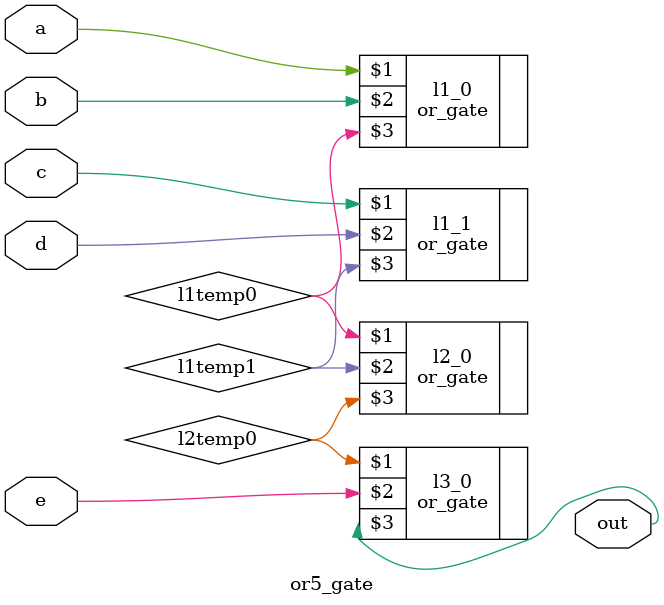
<source format=v>
`timescale 1ns/10ps

`include "lib/or_gate.v"

module or5_gate(a, b, c, d, e, out);

	//inuts
	input a, b, c, d, e;

	//output
	output out;

	//wires
	wire l1temp0, l1temp1, l2temp0;

  	or_gate l1_0(a, b, l1temp0);
  	or_gate l1_1(c, d, l1temp1);

  	or_gate l2_0(l1temp0, l1temp1, l2temp0);

		or_gate l3_0(l2temp0, e, out);
endmodule
</source>
